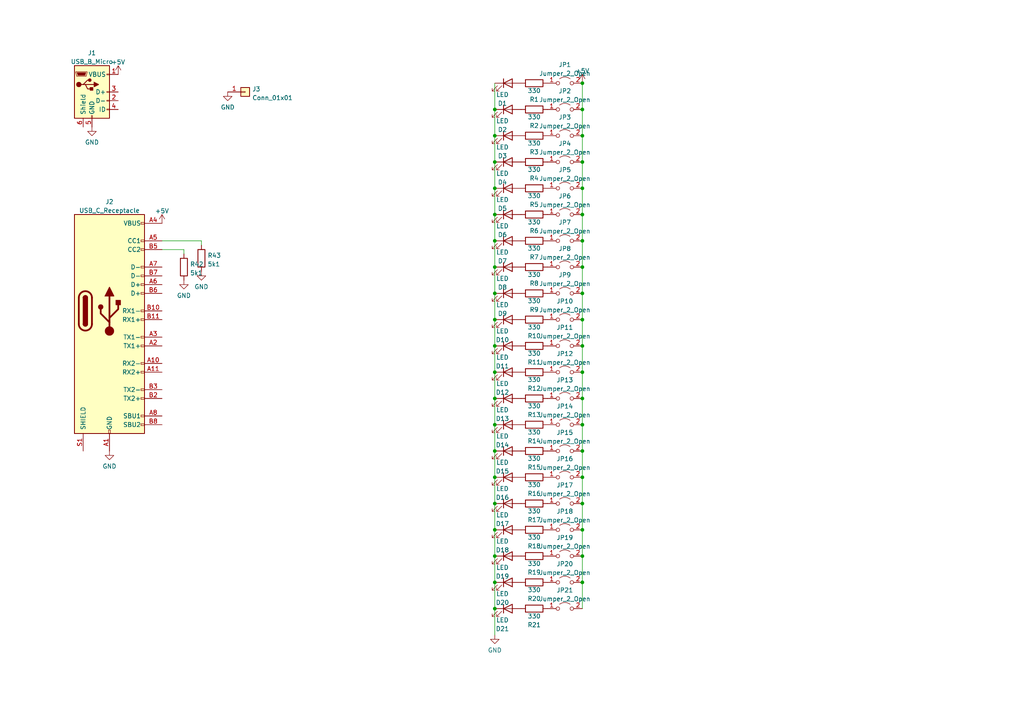
<source format=kicad_sch>
(kicad_sch (version 20211123) (generator eeschema)
  (paper "A4")
  (lib_symbols
    (symbol "Connector:USB_B_Micro" (pin_names (offset 1.016))
      (property "Reference" "J" (at -5.08 11.43 0))
      (property "Value" "USB_B_Micro" (at -5.08 8.89 0))
      (symbol "USB_B_Micro_0_1"
        (rectangle (start -5.08 -7.62) (end 5.08 7.62) (stroke (width 0.254)) (fill (type background)))
        (circle (center -3.81 2.159) (radius 0.635) (stroke (width 0.254)) (fill (type outline)))
        (circle (center -0.635 3.429) (radius 0.381) (stroke (width 0.254)) (fill (type outline)))
        (rectangle (start -0.127 -7.62) (end 0.127 -6.858))
        (polyline (pts (xy -1.905 2.159) (xy 0.635 2.159)) (stroke (width 0.254)))
        (polyline (pts (xy -3.175 2.159) (xy -2.54 2.159) (xy -1.27 3.429) (xy -0.635 3.429)) (stroke (width 0.254)))
        (polyline (pts (xy -2.54 2.159) (xy -1.905 2.159) (xy -1.27 0.889) (xy 0 0.889)) (stroke (width 0.254)))
        (polyline (pts (xy 0.635 2.794) (xy 0.635 1.524) (xy 1.905 2.159) (xy 0.635 2.794)) (stroke (width 0.254)) (fill (type outline)))
        (polyline (pts (xy -4.318 5.588) (xy -1.778 5.588) (xy -2.032 4.826) (xy -4.064 4.826) (xy -4.318 5.588)) (fill (type outline)))
        (polyline (pts (xy -4.699 5.842) (xy -4.699 5.588) (xy -4.445 4.826) (xy -4.445 4.572) (xy -1.651 4.572) (xy -1.651 4.826) (xy -1.397 5.588) (xy -1.397 5.842) (xy -4.699 5.842)))
        (rectangle (start 0.254 1.27) (end -0.508 0.508) (stroke (width 0.254)) (fill (type outline)))
        (rectangle (start 5.08 -5.207) (end 4.318 -4.953))
        (rectangle (start 5.08 -2.667) (end 4.318 -2.413))
        (rectangle (start 5.08 -0.127) (end 4.318 0.127))
        (rectangle (start 5.08 4.953) (end 4.318 5.207))
      )
      (symbol "USB_B_Micro_1_1"
        (pin power_out line (at 7.62 5.08 180) (length 2.54) (name "VBUS") (number "1"))
        (pin bidirectional line (at 7.62 -2.54 180) (length 2.54) (name "D-") (number "2"))
        (pin bidirectional line (at 7.62 0 180) (length 2.54) (name "D+") (number "3"))
        (pin passive line (at 7.62 -5.08 180) (length 2.54) (name "ID") (number "4"))
        (pin power_out line (at 0 -10.16 90) (length 2.54) (name "GND") (number "5"))
        (pin passive line (at -2.54 -10.16 90) (length 2.54) (name "Shield") (number "6"))
      )
    )
    (symbol "Connector:USB_C_Receptacle" (pin_names (offset 1.016))
      (property "Reference" "J" (at -10.16 29.21 0))
      (property "Value" "USB_C_Receptacle" (at 10.16 29.21 0))
      (symbol "USB_C_Receptacle_0_0"
        (rectangle (start -0.254 -35.56) (end 0.254 -34.544))
        (rectangle (start 10.16 -32.766) (end 9.144 -33.274))
        (rectangle (start 10.16 -30.226) (end 9.144 -30.734))
        (rectangle (start 10.16 -25.146) (end 9.144 -25.654))
        (rectangle (start 10.16 -22.606) (end 9.144 -23.114))
        (rectangle (start 10.16 -17.526) (end 9.144 -18.034))
        (rectangle (start 10.16 -14.986) (end 9.144 -15.494))
        (rectangle (start 10.16 -9.906) (end 9.144 -10.414))
        (rectangle (start 10.16 -7.366) (end 9.144 -7.874))
        (rectangle (start 10.16 -2.286) (end 9.144 -2.794))
        (rectangle (start 10.16 0.254) (end 9.144 -0.254))
        (rectangle (start 10.16 5.334) (end 9.144 4.826))
        (rectangle (start 10.16 7.874) (end 9.144 7.366))
        (rectangle (start 10.16 10.414) (end 9.144 9.906))
        (rectangle (start 10.16 12.954) (end 9.144 12.446))
        (rectangle (start 10.16 18.034) (end 9.144 17.526))
        (rectangle (start 10.16 20.574) (end 9.144 20.066))
        (rectangle (start 10.16 25.654) (end 9.144 25.146))
      )
      (symbol "USB_C_Receptacle_0_1"
        (rectangle (start -10.16 27.94) (end 10.16 -35.56) (stroke (width 0.254)) (fill (type background)))
        (arc (start -8.89 -3.81) (mid -6.985 -5.715) (end -5.08 -3.81) (stroke (width 0.508)))
        (arc (start -7.62 -3.81) (mid -6.985 -4.445) (end -6.35 -3.81) (stroke (width 0.254)))
        (arc (start -7.62 -3.81) (mid -6.985 -4.445) (end -6.35 -3.81) (stroke (width 0.254)) (fill (type outline)))
        (rectangle (start -7.62 -3.81) (end -6.35 3.81) (stroke (width 0.254)) (fill (type outline)))
        (arc (start -6.35 3.81) (mid -6.985 4.445) (end -7.62 3.81) (stroke (width 0.254)))
        (arc (start -6.35 3.81) (mid -6.985 4.445) (end -7.62 3.81) (stroke (width 0.254)) (fill (type outline)))
        (arc (start -5.08 3.81) (mid -6.985 5.715) (end -8.89 3.81) (stroke (width 0.508)))
        (polyline (pts (xy -8.89 -3.81) (xy -8.89 3.81)) (stroke (width 0.508)))
        (polyline (pts (xy -5.08 3.81) (xy -5.08 -3.81)) (stroke (width 0.508)))
      )
      (symbol "USB_C_Receptacle_1_1"
        (circle (center -2.54 1.143) (radius 0.635) (stroke (width 0.254)) (fill (type outline)))
        (circle (center 0 -5.842) (radius 1.27) (fill (type outline)))
        (polyline (pts (xy 0 -5.842) (xy 0 4.318)) (stroke (width 0.508)))
        (polyline (pts (xy 0 -3.302) (xy -2.54 -0.762) (xy -2.54 0.508)) (stroke (width 0.508)))
        (polyline (pts (xy 0 -2.032) (xy 2.54 0.508) (xy 2.54 1.778)) (stroke (width 0.508)))
        (polyline (pts (xy -1.27 4.318) (xy 0 6.858) (xy 1.27 4.318) (xy -1.27 4.318)) (stroke (width 0.254)) (fill (type outline)))
        (rectangle (start 1.905 1.778) (end 3.175 3.048) (stroke (width 0.254)) (fill (type outline)))
        (pin passive line (at 0 -40.64 90) (length 5.08) (name "GND") (number "A1"))
        (pin bidirectional line (at 15.24 -15.24 180) (length 5.08) (name "RX2-") (number "A10"))
        (pin bidirectional line (at 15.24 -17.78 180) (length 5.08) (name "RX2+") (number "A11"))
        (pin passive line (at 0 -40.64 90) (length 5.08) hide (name "GND") (number "A12"))
        (pin bidirectional line (at 15.24 -10.16 180) (length 5.08) (name "TX1+") (number "A2"))
        (pin bidirectional line (at 15.24 -7.62 180) (length 5.08) (name "TX1-") (number "A3"))
        (pin passive line (at 15.24 25.4 180) (length 5.08) (name "VBUS") (number "A4"))
        (pin bidirectional line (at 15.24 20.32 180) (length 5.08) (name "CC1") (number "A5"))
        (pin bidirectional line (at 15.24 7.62 180) (length 5.08) (name "D+") (number "A6"))
        (pin bidirectional line (at 15.24 12.7 180) (length 5.08) (name "D-") (number "A7"))
        (pin bidirectional line (at 15.24 -30.48 180) (length 5.08) (name "SBU1") (number "A8"))
        (pin passive line (at 15.24 25.4 180) (length 5.08) hide (name "VBUS") (number "A9"))
        (pin passive line (at 0 -40.64 90) (length 5.08) hide (name "GND") (number "B1"))
        (pin bidirectional line (at 15.24 0 180) (length 5.08) (name "RX1-") (number "B10"))
        (pin bidirectional line (at 15.24 -2.54 180) (length 5.08) (name "RX1+") (number "B11"))
        (pin passive line (at 0 -40.64 90) (length 5.08) hide (name "GND") (number "B12"))
        (pin bidirectional line (at 15.24 -25.4 180) (length 5.08) (name "TX2+") (number "B2"))
        (pin bidirectional line (at 15.24 -22.86 180) (length 5.08) (name "TX2-") (number "B3"))
        (pin passive line (at 15.24 25.4 180) (length 5.08) hide (name "VBUS") (number "B4"))
        (pin bidirectional line (at 15.24 17.78 180) (length 5.08) (name "CC2") (number "B5"))
        (pin bidirectional line (at 15.24 5.08 180) (length 5.08) (name "D+") (number "B6"))
        (pin bidirectional line (at 15.24 10.16 180) (length 5.08) (name "D-") (number "B7"))
        (pin bidirectional line (at 15.24 -33.02 180) (length 5.08) (name "SBU2") (number "B8"))
        (pin passive line (at 15.24 25.4 180) (length 5.08) hide (name "VBUS") (number "B9"))
        (pin passive line (at -7.62 -40.64 90) (length 5.08) (name "SHIELD") (number "S1"))
      )
    )
    (symbol "Connector_Generic:Conn_01x01" (pin_names (offset 1.016) hide)
      (property "Reference" "J" (at 0 2.54 0))
      (property "Value" "Conn_01x01" (at 0 -2.54 0))
      (symbol "Conn_01x01_1_1"
        (rectangle (start -1.27 0.127) (end 0 -0.127) (stroke (width 0.1524)))
        (rectangle (start -1.27 1.27) (end 1.27 -1.27) (stroke (width 0.254)) (fill (type background)))
        (pin passive line (at -5.08 0 0) (length 3.81) (name "Pin_1") (number "1"))
      )
    )
    (symbol "Device:LED" (pin_numbers hide) (pin_names (offset 1.016) hide)
      (property "Reference" "D" (at 0 2.54 0))
      (property "Value" "LED" (at 0 -2.54 0))
      (symbol "LED_0_1"
        (polyline (pts (xy -1.27 -1.27) (xy -1.27 1.27)) (stroke (width 0.254)))
        (polyline (pts (xy -1.27 0) (xy 1.27 0)))
        (polyline (pts (xy 1.27 -1.27) (xy 1.27 1.27) (xy -1.27 0) (xy 1.27 -1.27)) (stroke (width 0.254)))
        (polyline (pts (xy -3.048 -0.762) (xy -4.572 -2.286) (xy -3.81 -2.286) (xy -4.572 -2.286) (xy -4.572 -1.524)))
        (polyline (pts (xy -1.778 -0.762) (xy -3.302 -2.286) (xy -2.54 -2.286) (xy -3.302 -2.286) (xy -3.302 -1.524)))
      )
      (symbol "LED_1_1"
        (pin passive line (at -3.81 0 0) (length 2.54) (name "K") (number "1"))
        (pin passive line (at 3.81 0 180) (length 2.54) (name "A") (number "2"))
      )
    )
    (symbol "Device:R" (pin_numbers hide) (pin_names (offset 0))
      (property "Reference" "R" (at 2.032 0 90))
      (property "Value" "R" (at 0 0 90))
      (symbol "R_0_1"
        (rectangle (start -1.016 -2.54) (end 1.016 2.54) (stroke (width 0.254)))
      )
      (symbol "R_1_1"
        (pin passive line (at 0 3.81 270) (length 1.27) (name "~") (number "1"))
        (pin passive line (at 0 -3.81 90) (length 1.27) (name "~") (number "2"))
      )
    )
    (symbol "Jumper:Jumper_2_Open" (pin_names (offset 0) hide)
      (property "Reference" "JP" (at 0 2.794 0))
      (property "Value" "Jumper_2_Open" (at 0 -2.286 0))
      (symbol "Jumper_2_Open_0_0"
        (circle (center -2.032 0) (radius 0.508))
        (circle (center 2.032 0) (radius 0.508))
      )
      (symbol "Jumper_2_Open_0_1"
        (arc (start 1.524 1.27) (mid 0 1.778) (end -1.524 1.27))
      )
      (symbol "Jumper_2_Open_1_1"
        (pin passive line (at -5.08 0 0) (length 2.54) (name "A") (number "1"))
        (pin passive line (at 5.08 0 180) (length 2.54) (name "B") (number "2"))
      )
    )
    (symbol "power:+5V" (power) (pin_names (offset 0))
      (property "Value" "+5V" (at 0 3.556 0))
      (symbol "+5V_0_1"
        (polyline (pts (xy -0.762 1.27) (xy 0 2.54)))
        (polyline (pts (xy 0 0) (xy 0 2.54)))
        (polyline (pts (xy 0 2.54) (xy 0.762 1.27)))
      )
      (symbol "+5V_1_1"
        (pin power_in line (at 0 0 90) (length 0) hide (name "+5V") (number "1"))
      )
    )
    (symbol "power:GND" (power) (pin_names (offset 0))
      (property "Value" "GND" (at 0 -3.81 0))
      (symbol "GND_0_1"
        (polyline (pts (xy 0 0) (xy 0 -1.27) (xy 1.27 -1.27) (xy 0 -2.54) (xy -1.27 -1.27) (xy 0 -1.27)))
      )
      (symbol "GND_1_1"
        (pin power_in line (at 0 0 270) (length 0) hide (name "GND") (number "1"))
      )
    )
  )
  (junction (at 143.51 115.57))
  (junction (at 143.51 130.81))
  (junction (at 143.51 46.99))
  (junction (at 168.91 123.19))
  (junction (at 168.91 100.33))
  (junction (at 168.91 85.09))
  (junction (at 143.51 92.71))
  (junction (at 168.91 39.37))
  (junction (at 168.91 107.95))
  (junction (at 168.91 62.23))
  (junction (at 168.91 138.43))
  (junction (at 168.91 161.29))
  (junction (at 143.51 176.53))
  (junction (at 168.91 130.81))
  (junction (at 168.91 168.91))
  (junction (at 168.91 24.13))
  (junction (at 168.91 146.05))
  (junction (at 168.91 92.71))
  (junction (at 168.91 77.47))
  (junction (at 143.51 39.37))
  (junction (at 143.51 146.05))
  (junction (at 143.51 123.19))
  (junction (at 168.91 31.75))
  (junction (at 143.51 62.23))
  (junction (at 143.51 161.29))
  (junction (at 143.51 138.43))
  (junction (at 168.91 46.99))
  (junction (at 143.51 153.67))
  (junction (at 143.51 107.95))
  (junction (at 168.91 115.57))
  (junction (at 143.51 100.33))
  (junction (at 143.51 69.85))
  (junction (at 143.51 168.91))
  (junction (at 143.51 54.61))
  (junction (at 168.91 153.67))
  (junction (at 143.51 77.47))
  (junction (at 143.51 31.75))
  (junction (at 168.91 54.61))
  (junction (at 168.91 69.85))
  (junction (at 143.51 85.09))
  (wire (pts (xy 168.91 69.85) (xy 168.91 77.47)))
  (wire (pts (xy 58.42 69.85) (xy 58.42 71.12)))
  (wire (pts (xy 168.91 62.23) (xy 168.91 69.85)))
  (wire (pts (xy 143.51 176.53) (xy 143.51 184.15)))
  (wire (pts (xy 143.51 161.29) (xy 143.51 168.91)))
  (wire (pts (xy 168.91 153.67) (xy 168.91 161.29)))
  (wire (pts (xy 168.91 107.95) (xy 168.91 115.57)))
  (wire (pts (xy 143.51 85.09) (xy 143.51 92.71)))
  (wire (pts (xy 143.51 115.57) (xy 143.51 123.19)))
  (wire (pts (xy 143.51 153.67) (xy 143.51 161.29)))
  (wire (pts (xy 168.91 54.61) (xy 168.91 62.23)))
  (wire (pts (xy 168.91 138.43) (xy 168.91 146.05)))
  (wire (pts (xy 168.91 24.13) (xy 168.91 31.75)))
  (wire (pts (xy 168.91 46.99) (xy 168.91 54.61)))
  (wire (pts (xy 143.51 31.75) (xy 143.51 39.37)))
  (wire (pts (xy 143.51 107.95) (xy 143.51 115.57)))
  (wire (pts (xy 168.91 146.05) (xy 168.91 153.67)))
  (wire (pts (xy 168.91 31.75) (xy 168.91 39.37)))
  (wire (pts (xy 168.91 161.29) (xy 168.91 168.91)))
  (wire (pts (xy 168.91 130.81) (xy 168.91 138.43)))
  (wire (pts (xy 143.51 54.61) (xy 143.51 62.23)))
  (wire (pts (xy 143.51 39.37) (xy 143.51 46.99)))
  (wire (pts (xy 143.51 168.91) (xy 143.51 176.53)))
  (wire (pts (xy 168.91 85.09) (xy 168.91 92.71)))
  (wire (pts (xy 143.51 62.23) (xy 143.51 69.85)))
  (wire (pts (xy 143.51 138.43) (xy 143.51 146.05)))
  (wire (pts (xy 168.91 168.91) (xy 168.91 176.53)))
  (wire (pts (xy 143.51 100.33) (xy 143.51 107.95)))
  (wire (pts (xy 53.34 72.39) (xy 53.34 73.66)))
  (wire (pts (xy 46.99 69.85) (xy 58.42 69.85)))
  (wire (pts (xy 168.91 77.47) (xy 168.91 85.09)))
  (wire (pts (xy 168.91 123.19) (xy 168.91 130.81)))
  (wire (pts (xy 168.91 92.71) (xy 168.91 100.33)))
  (wire (pts (xy 143.51 24.13) (xy 143.51 31.75)))
  (wire (pts (xy 143.51 77.47) (xy 143.51 85.09)))
  (wire (pts (xy 143.51 46.99) (xy 143.51 54.61)))
  (wire (pts (xy 143.51 146.05) (xy 143.51 153.67)))
  (wire (pts (xy 46.99 72.39) (xy 53.34 72.39)))
  (wire (pts (xy 143.51 130.81) (xy 143.51 138.43)))
  (wire (pts (xy 143.51 92.71) (xy 143.51 100.33)))
  (wire (pts (xy 143.51 69.85) (xy 143.51 77.47)))
  (wire (pts (xy 168.91 39.37) (xy 168.91 46.99)))
  (wire (pts (xy 168.91 100.33) (xy 168.91 107.95)))
  (wire (pts (xy 168.91 115.57) (xy 168.91 123.19)))
  (wire (pts (xy 143.51 123.19) (xy 143.51 130.81)))
  (symbol (lib_id "Jumper:Jumper_2_Open") (at 163.83 123.19 0) (unit 1)
    (property "Reference" "JP14" (at 163.83 117.8392 0))
    (property "Value" "Jumper_2_Open" (at 163.83 120.3761 0))
    (property "Footprint" "Jumper:SolderJumper-2_P1.3mm_Open_TrianglePad1.0x1.5mm" (effects hide))
  )
  (symbol (lib_id "Jumper:Jumper_2_Open") (at 163.83 24.13 0) (unit 1)
    (property "Reference" "JP1" (at 163.83 18.7792 0))
    (property "Value" "Jumper_2_Open" (at 163.83 21.3161 0))
    (property "Footprint" "Jumper:SolderJumper-2_P1.3mm_Open_TrianglePad1.0x1.5mm" (effects hide))
  )
  (symbol (lib_id "Device:LED") (at 147.32 85.09 0) (unit 1)
    (property "Reference" "D9" (at 145.7325 90.9488 0))
    (property "Value" "LED" (at 145.7325 88.4119 0))
    (property "Footprint" "meteopress:D_0802_side_woSilk" (effects hide))
    (property "LCSC" "C2827268" (effects hide))
  )
  (symbol (lib_id "Connector_Generic:Conn_01x01") (at 71.12 26.67 0) (unit 1)
    (property "Reference" "J3" (at 73.152 25.8353 0) (effects (justify left)))
    (property "Value" "Conn_01x01" (at 73.152 28.3722 0) (effects (justify left)))
    (property "Footprint" "meteopress:MeteopressLogo_Bare_Inv_60x6" (effects hide))
  )
  (symbol (lib_id "Device:R") (at 58.42 74.93 180) (unit 1)
    (property "Reference" "R43" (at 60.198 74.0953 0) (effects (justify right)))
    (property "Value" "5k1" (at 60.198 76.6322 0) (effects (justify right)))
    (property "Footprint" "meteopress:D_0402_woSilk" (effects hide))
    (property "LCSC" "C144745" (effects hide))
  )
  (symbol (lib_id "power:GND") (at 53.34 81.28 0) (unit 1)
    (property "Reference" "#PWR0107" (effects hide))
    (property "Value" "GND" (at 53.34 85.7234 0))
  )
  (symbol (lib_id "power:+5V") (at 46.99 64.77 0) (unit 1)
    (property "Reference" "#PWR0103" (effects hide))
    (property "Value" "+5V" (at 46.99 61.1942 0))
  )
  (symbol (lib_id "Jumper:Jumper_2_Open") (at 163.83 107.95 0) (unit 1)
    (property "Reference" "JP12" (at 163.83 102.5992 0))
    (property "Value" "Jumper_2_Open" (at 163.83 105.1361 0))
    (property "Footprint" "Jumper:SolderJumper-2_P1.3mm_Open_TrianglePad1.0x1.5mm" (effects hide))
  )
  (symbol (lib_id "Jumper:Jumper_2_Open") (at 163.83 168.91 0) (unit 1)
    (property "Reference" "JP20" (at 163.83 163.5592 0))
    (property "Value" "Jumper_2_Open" (at 163.83 166.0961 0))
    (property "Footprint" "Jumper:SolderJumper-2_P1.3mm_Open_TrianglePad1.0x1.5mm" (effects hide))
  )
  (symbol (lib_id "Jumper:Jumper_2_Open") (at 163.83 39.37 0) (unit 1)
    (property "Reference" "JP3" (at 163.83 34.0192 0))
    (property "Value" "Jumper_2_Open" (at 163.83 36.5561 0))
    (property "Footprint" "Jumper:SolderJumper-2_P1.3mm_Open_TrianglePad1.0x1.5mm" (effects hide))
  )
  (symbol (lib_id "power:GND") (at 58.42 78.74 0) (unit 1)
    (property "Reference" "#PWR01" (effects hide))
    (property "Value" "GND" (at 58.42 83.1834 0))
  )
  (symbol (lib_id "Device:R") (at 154.94 31.75 90) (unit 1)
    (property "Reference" "R2" (at 154.94 36.4658 90))
    (property "Value" "330" (at 154.94 33.9289 90))
    (property "Footprint" "meteopress:R_0201_woSilk" (effects hide))
    (property "LCSC" "C473445" (effects hide))
  )
  (symbol (lib_id "Device:LED") (at 147.32 153.67 0) (unit 1)
    (property "Reference" "D18" (at 145.7325 159.5288 0))
    (property "Value" "LED" (at 145.7325 156.9919 0))
    (property "Footprint" "meteopress:D_0802_side_woSilk" (effects hide))
    (property "LCSC" "C2827268" (effects hide))
  )
  (symbol (lib_id "Device:R") (at 154.94 146.05 90) (unit 1)
    (property "Reference" "R17" (at 154.94 150.7658 90))
    (property "Value" "330" (at 154.94 148.2289 90))
    (property "Footprint" "meteopress:R_0201_woSilk" (effects hide))
    (property "LCSC" "C473445" (effects hide))
  )
  (symbol (lib_id "Device:LED") (at 147.32 24.13 0) (unit 1)
    (property "Reference" "D1" (at 145.7325 29.9888 0))
    (property "Value" "LED" (at 145.7325 27.4519 0))
    (property "Footprint" "meteopress:D_0802_side_woSilk" (effects hide))
    (property "LCSC" "C2827268" (effects hide))
  )
  (symbol (lib_id "Device:R") (at 154.94 54.61 90) (unit 1)
    (property "Reference" "R5" (at 154.94 59.3258 90))
    (property "Value" "330" (at 154.94 56.7889 90))
    (property "Footprint" "meteopress:R_0201_woSilk" (effects hide))
    (property "LCSC" "C473445" (effects hide))
  )
  (symbol (lib_id "power:GND") (at 26.67 36.83 0) (unit 1)
    (property "Reference" "#PWR0102" (effects hide))
    (property "Value" "GND" (at 26.67 41.2734 0))
  )
  (symbol (lib_id "power:GND") (at 143.51 184.15 0) (unit 1)
    (property "Reference" "#PWR0106" (effects hide))
    (property "Value" "GND" (at 143.51 188.5934 0))
  )
  (symbol (lib_id "Device:LED") (at 147.32 39.37 0) (unit 1)
    (property "Reference" "D3" (at 145.7325 45.2288 0))
    (property "Value" "LED" (at 145.7325 42.6919 0))
    (property "Footprint" "meteopress:D_0802_side_woSilk" (effects hide))
    (property "LCSC" "C2827268" (effects hide))
  )
  (symbol (lib_id "Connector:USB_B_Micro") (at 26.67 26.67 0) (unit 1)
    (property "Reference" "J1" (at 26.67 15.3502 0))
    (property "Value" "USB_B_Micro" (at 26.67 17.8871 0))
    (property "Footprint" "meteopress:PCB-USB-micro" (effects hide))
  )
  (symbol (lib_id "Jumper:Jumper_2_Open") (at 163.83 69.85 0) (unit 1)
    (property "Reference" "JP7" (at 163.83 64.4992 0))
    (property "Value" "Jumper_2_Open" (at 163.83 67.0361 0))
    (property "Footprint" "Jumper:SolderJumper-2_P1.3mm_Open_TrianglePad1.0x1.5mm" (effects hide))
  )
  (symbol (lib_id "Jumper:Jumper_2_Open") (at 163.83 92.71 0) (unit 1)
    (property "Reference" "JP10" (at 163.83 87.3592 0))
    (property "Value" "Jumper_2_Open" (at 163.83 89.8961 0))
    (property "Footprint" "Jumper:SolderJumper-2_P1.3mm_Open_TrianglePad1.0x1.5mm" (effects hide))
  )
  (symbol (lib_id "Device:R") (at 154.94 107.95 90) (unit 1)
    (property "Reference" "R12" (at 154.94 112.6658 90))
    (property "Value" "330" (at 154.94 110.1289 90))
    (property "Footprint" "meteopress:R_0201_woSilk" (effects hide))
    (property "LCSC" "C473445" (effects hide))
  )
  (symbol (lib_id "power:+5V") (at 168.91 24.13 0) (unit 1)
    (property "Reference" "#PWR0105" (effects hide))
    (property "Value" "+5V" (at 168.91 20.5542 0))
  )
  (symbol (lib_id "Device:R") (at 154.94 85.09 90) (unit 1)
    (property "Reference" "R9" (at 154.94 89.8058 90))
    (property "Value" "330" (at 154.94 87.2689 90))
    (property "Footprint" "meteopress:R_0201_woSilk" (effects hide))
    (property "LCSC" "C473445" (effects hide))
  )
  (symbol (lib_id "Device:LED") (at 147.32 161.29 0) (unit 1)
    (property "Reference" "D19" (at 145.7325 167.1488 0))
    (property "Value" "LED" (at 145.7325 164.6119 0))
    (property "Footprint" "meteopress:D_0802_side_woSilk" (effects hide))
    (property "LCSC" "C2827268" (effects hide))
  )
  (symbol (lib_id "Connector:USB_C_Receptacle") (at 31.75 90.17 0) (unit 1)
    (property "Reference" "J2" (at 31.75 58.5302 0))
    (property "Value" "USB_C_Receptacle" (at 31.75 61.0671 0))
    (property "Footprint" "meteopress:PCB-USB-C_straight" (effects hide))
    (property "Datasheet" "https://www.usb.org/sites/default/files/documents/usb_type-c.zip" (effects hide))
  )
  (symbol (lib_id "Device:LED") (at 147.32 46.99 0) (unit 1)
    (property "Reference" "D4" (at 145.7325 52.8488 0))
    (property "Value" "LED" (at 145.7325 50.3119 0))
    (property "Footprint" "meteopress:D_0802_side_woSilk" (effects hide))
    (property "LCSC" "C2827268" (effects hide))
  )
  (symbol (lib_id "power:GND") (at 31.75 130.81 0) (unit 1)
    (property "Reference" "#PWR0104" (effects hide))
    (property "Value" "GND" (at 31.75 135.2534 0))
  )
  (symbol (lib_id "Jumper:Jumper_2_Open") (at 163.83 138.43 0) (unit 1)
    (property "Reference" "JP16" (at 163.83 133.0792 0))
    (property "Value" "Jumper_2_Open" (at 163.83 135.6161 0))
    (property "Footprint" "Jumper:SolderJumper-2_P1.3mm_Open_TrianglePad1.0x1.5mm" (effects hide))
  )
  (symbol (lib_id "Device:R") (at 154.94 138.43 90) (unit 1)
    (property "Reference" "R16" (at 154.94 143.1458 90))
    (property "Value" "330" (at 154.94 140.6089 90))
    (property "Footprint" "meteopress:R_0201_woSilk" (effects hide))
    (property "LCSC" "C473445" (effects hide))
  )
  (symbol (lib_id "Device:LED") (at 147.32 168.91 0) (unit 1)
    (property "Reference" "D20" (at 145.7325 174.7688 0))
    (property "Value" "LED" (at 145.7325 172.2319 0))
    (property "Footprint" "meteopress:D_0802_side_woSilk" (effects hide))
    (property "LCSC" "C2827268" (effects hide))
  )
  (symbol (lib_id "Device:R") (at 154.94 69.85 90) (unit 1)
    (property "Reference" "R7" (at 154.94 74.5658 90))
    (property "Value" "330" (at 154.94 72.0289 90))
    (property "Footprint" "meteopress:R_0201_woSilk" (effects hide))
    (property "LCSC" "C473445" (effects hide))
  )
  (symbol (lib_id "Device:R") (at 154.94 100.33 90) (unit 1)
    (property "Reference" "R11" (at 154.94 105.0458 90))
    (property "Value" "330" (at 154.94 102.5089 90))
    (property "Footprint" "meteopress:R_0201_woSilk" (effects hide))
    (property "LCSC" "C473445" (effects hide))
  )
  (symbol (lib_id "Device:LED") (at 147.32 54.61 0) (unit 1)
    (property "Reference" "D5" (at 145.7325 60.4688 0))
    (property "Value" "LED" (at 145.7325 57.9319 0))
    (property "Footprint" "meteopress:D_0802_side_woSilk" (effects hide))
    (property "LCSC" "C2827268" (effects hide))
  )
  (symbol (lib_id "power:GND") (at 66.04 26.67 0) (unit 1)
    (property "Reference" "#PWR0108" (effects hide))
    (property "Value" "GND" (at 66.04 31.1134 0))
  )
  (symbol (lib_id "Device:LED") (at 147.32 69.85 0) (unit 1)
    (property "Reference" "D7" (at 145.7325 75.7088 0))
    (property "Value" "LED" (at 145.7325 73.1719 0))
    (property "Footprint" "meteopress:D_0802_side_woSilk" (effects hide))
    (property "LCSC" "C2827268" (effects hide))
  )
  (symbol (lib_id "power:+5V") (at 34.29 21.59 0) (unit 1)
    (property "Reference" "#PWR0101" (effects hide))
    (property "Value" "+5V" (at 34.29 18.0142 0))
  )
  (symbol (lib_id "Device:R") (at 154.94 161.29 90) (unit 1)
    (property "Reference" "R19" (at 154.94 166.0058 90))
    (property "Value" "330" (at 154.94 163.4689 90))
    (property "Footprint" "meteopress:R_0201_woSilk" (effects hide))
    (property "LCSC" "C473445" (effects hide))
  )
  (symbol (lib_id "Device:LED") (at 147.32 146.05 0) (unit 1)
    (property "Reference" "D17" (at 145.7325 151.9088 0))
    (property "Value" "LED" (at 145.7325 149.3719 0))
    (property "Footprint" "meteopress:D_0802_side_woSilk" (effects hide))
    (property "LCSC" "C2827268" (effects hide))
  )
  (symbol (lib_id "Device:LED") (at 147.32 100.33 0) (unit 1)
    (property "Reference" "D11" (at 145.7325 106.1888 0))
    (property "Value" "LED" (at 145.7325 103.6519 0))
    (property "Footprint" "meteopress:D_0802_side_woSilk" (effects hide))
    (property "LCSC" "C2827268" (effects hide))
  )
  (symbol (lib_id "Device:LED") (at 147.32 138.43 0) (unit 1)
    (property "Reference" "D16" (at 145.7325 144.2888 0))
    (property "Value" "LED" (at 145.7325 141.7519 0))
    (property "Footprint" "meteopress:D_0802_side_woSilk" (effects hide))
    (property "LCSC" "C2827268" (effects hide))
  )
  (symbol (lib_id "Jumper:Jumper_2_Open") (at 163.83 176.53 0) (unit 1)
    (property "Reference" "JP21" (at 163.83 171.1792 0))
    (property "Value" "Jumper_2_Open" (at 163.83 173.7161 0))
    (property "Footprint" "Jumper:SolderJumper-2_P1.3mm_Open_TrianglePad1.0x1.5mm" (effects hide))
  )
  (symbol (lib_id "Jumper:Jumper_2_Open") (at 163.83 161.29 0) (unit 1)
    (property "Reference" "JP19" (at 163.83 155.9392 0))
    (property "Value" "Jumper_2_Open" (at 163.83 158.4761 0))
    (property "Footprint" "Jumper:SolderJumper-2_P1.3mm_Open_TrianglePad1.0x1.5mm" (effects hide))
  )
  (symbol (lib_id "Device:R") (at 154.94 77.47 90) (unit 1)
    (property "Reference" "R8" (at 154.94 82.1858 90))
    (property "Value" "330" (at 154.94 79.6489 90))
    (property "Footprint" "meteopress:R_0201_woSilk" (effects hide))
    (property "LCSC" "C473445" (effects hide))
  )
  (symbol (lib_id "Jumper:Jumper_2_Open") (at 163.83 85.09 0) (unit 1)
    (property "Reference" "JP9" (at 163.83 79.7392 0))
    (property "Value" "Jumper_2_Open" (at 163.83 82.2761 0))
    (property "Footprint" "Jumper:SolderJumper-2_P1.3mm_Open_TrianglePad1.0x1.5mm" (effects hide))
  )
  (symbol (lib_id "Device:R") (at 53.34 77.47 180) (unit 1)
    (property "Reference" "R42" (at 55.118 76.6353 0) (effects (justify right)))
    (property "Value" "5k1" (at 55.118 79.1722 0) (effects (justify right)))
    (property "Footprint" "meteopress:D_0402_woSilk" (effects hide))
    (property "LCSC" "C144745" (effects hide))
  )
  (symbol (lib_id "Device:LED") (at 147.32 107.95 0) (unit 1)
    (property "Reference" "D12" (at 145.7325 113.8088 0))
    (property "Value" "LED" (at 145.7325 111.2719 0))
    (property "Footprint" "meteopress:D_0802_side_woSilk" (effects hide))
    (property "LCSC" "C2827268" (effects hide))
  )
  (symbol (lib_id "Device:R") (at 154.94 46.99 90) (unit 1)
    (property "Reference" "R4" (at 154.94 51.7058 90))
    (property "Value" "330" (at 154.94 49.1689 90))
    (property "Footprint" "meteopress:R_0201_woSilk" (effects hide))
    (property "LCSC" "C473445" (effects hide))
  )
  (symbol (lib_id "Jumper:Jumper_2_Open") (at 163.83 130.81 0) (unit 1)
    (property "Reference" "JP15" (at 163.83 125.4592 0))
    (property "Value" "Jumper_2_Open" (at 163.83 127.9961 0))
    (property "Footprint" "Jumper:SolderJumper-2_P1.3mm_Open_TrianglePad1.0x1.5mm" (effects hide))
  )
  (symbol (lib_id "Device:LED") (at 147.32 62.23 0) (unit 1)
    (property "Reference" "D6" (at 145.7325 68.0888 0))
    (property "Value" "LED" (at 145.7325 65.5519 0))
    (property "Footprint" "meteopress:D_0802_side_woSilk" (effects hide))
    (property "LCSC" "C2827268" (effects hide))
  )
  (symbol (lib_id "Device:LED") (at 147.32 92.71 0) (unit 1)
    (property "Reference" "D10" (at 145.7325 98.5688 0))
    (property "Value" "LED" (at 145.7325 96.0319 0))
    (property "Footprint" "meteopress:D_0802_side_woSilk" (effects hide))
    (property "LCSC" "C2827268" (effects hide))
  )
  (symbol (lib_id "Device:R") (at 154.94 39.37 90) (unit 1)
    (property "Reference" "R3" (at 154.94 44.0858 90))
    (property "Value" "330" (at 154.94 41.5489 90))
    (property "Footprint" "meteopress:R_0201_woSilk" (effects hide))
    (property "LCSC" "C473445" (effects hide))
  )
  (symbol (lib_id "Device:LED") (at 147.32 31.75 0) (unit 1)
    (property "Reference" "D2" (at 145.7325 37.6088 0))
    (property "Value" "LED" (at 145.7325 35.0719 0))
    (property "Footprint" "meteopress:D_0802_side_woSilk" (effects hide))
    (property "LCSC" "C2827268" (effects hide))
  )
  (symbol (lib_id "Jumper:Jumper_2_Open") (at 163.83 115.57 0) (unit 1)
    (property "Reference" "JP13" (at 163.83 110.2192 0))
    (property "Value" "Jumper_2_Open" (at 163.83 112.7561 0))
    (property "Footprint" "Jumper:SolderJumper-2_P1.3mm_Open_TrianglePad1.0x1.5mm" (effects hide))
  )
  (symbol (lib_id "Jumper:Jumper_2_Open") (at 163.83 146.05 0) (unit 1)
    (property "Reference" "JP17" (at 163.83 140.6992 0))
    (property "Value" "Jumper_2_Open" (at 163.83 143.2361 0))
    (property "Footprint" "Jumper:SolderJumper-2_P1.3mm_Open_TrianglePad1.0x1.5mm" (effects hide))
  )
  (symbol (lib_id "Device:LED") (at 147.32 123.19 0) (unit 1)
    (property "Reference" "D14" (at 145.7325 129.0488 0))
    (property "Value" "LED" (at 145.7325 126.5119 0))
    (property "Footprint" "meteopress:D_0802_side_woSilk" (effects hide))
    (property "LCSC" "C2827268" (effects hide))
  )
  (symbol (lib_id "Device:R") (at 154.94 176.53 90) (unit 1)
    (property "Reference" "R21" (at 154.94 181.2458 90))
    (property "Value" "330" (at 154.94 178.7089 90))
    (property "Footprint" "meteopress:R_0201_woSilk" (effects hide))
    (property "LCSC" "C473445" (effects hide))
  )
  (symbol (lib_id "Device:R") (at 154.94 92.71 90) (unit 1)
    (property "Reference" "R10" (at 154.94 97.4258 90))
    (property "Value" "330" (at 154.94 94.8889 90))
    (property "Footprint" "meteopress:R_0201_woSilk" (effects hide))
    (property "LCSC" "C473445" (effects hide))
  )
  (symbol (lib_id "Device:R") (at 154.94 62.23 90) (unit 1)
    (property "Reference" "R6" (at 154.94 66.9458 90))
    (property "Value" "330" (at 154.94 64.4089 90))
    (property "Footprint" "meteopress:R_0201_woSilk" (effects hide))
    (property "LCSC" "C473445" (effects hide))
  )
  (symbol (lib_id "Device:R") (at 154.94 153.67 90) (unit 1)
    (property "Reference" "R18" (at 154.94 158.3858 90))
    (property "Value" "330" (at 154.94 155.8489 90))
    (property "Footprint" "meteopress:R_0201_woSilk" (effects hide))
    (property "LCSC" "C473445" (effects hide))
  )
  (symbol (lib_id "Jumper:Jumper_2_Open") (at 163.83 100.33 0) (unit 1)
    (property "Reference" "JP11" (at 163.83 94.9792 0))
    (property "Value" "Jumper_2_Open" (at 163.83 97.5161 0))
    (property "Footprint" "Jumper:SolderJumper-2_P1.3mm_Open_TrianglePad1.0x1.5mm" (effects hide))
  )
  (symbol (lib_id "Device:R") (at 154.94 123.19 90) (unit 1)
    (property "Reference" "R14" (at 154.94 127.9058 90))
    (property "Value" "330" (at 154.94 125.3689 90))
    (property "Footprint" "meteopress:R_0201_woSilk" (effects hide))
    (property "LCSC" "C473445" (effects hide))
  )
  (symbol (lib_id "Device:R") (at 154.94 115.57 90) (unit 1)
    (property "Reference" "R13" (at 154.94 120.2858 90))
    (property "Value" "330" (at 154.94 117.7489 90))
    (property "Footprint" "meteopress:R_0201_woSilk" (effects hide))
    (property "LCSC" "C473445" (effects hide))
  )
  (symbol (lib_id "Device:LED") (at 147.32 77.47 0) (unit 1)
    (property "Reference" "D8" (at 145.7325 83.3288 0))
    (property "Value" "LED" (at 145.7325 80.7919 0))
    (property "Footprint" "meteopress:D_0802_side_woSilk" (effects hide))
    (property "LCSC" "C2827268" (effects hide))
  )
  (symbol (lib_id "Jumper:Jumper_2_Open") (at 163.83 62.23 0) (unit 1)
    (property "Reference" "JP6" (at 163.83 56.8792 0))
    (property "Value" "Jumper_2_Open" (at 163.83 59.4161 0))
    (property "Footprint" "Jumper:SolderJumper-2_P1.3mm_Open_TrianglePad1.0x1.5mm" (effects hide))
  )
  (symbol (lib_id "Device:R") (at 154.94 130.81 90) (unit 1)
    (property "Reference" "R15" (at 154.94 135.5258 90))
    (property "Value" "330" (at 154.94 132.9889 90))
    (property "Footprint" "meteopress:R_0201_woSilk" (effects hide))
    (property "LCSC" "C473445" (effects hide))
  )
  (symbol (lib_id "Device:R") (at 154.94 24.13 90) (unit 1)
    (property "Reference" "R1" (at 154.94 28.8458 90))
    (property "Value" "330" (at 154.94 26.3089 90))
    (property "Footprint" "meteopress:R_0201_woSilk" (effects hide))
    (property "LCSC" "C473445" (effects hide))
  )
  (symbol (lib_id "Jumper:Jumper_2_Open") (at 163.83 77.47 0) (unit 1)
    (property "Reference" "JP8" (at 163.83 72.1192 0))
    (property "Value" "Jumper_2_Open" (at 163.83 74.6561 0))
    (property "Footprint" "Jumper:SolderJumper-2_P1.3mm_Open_TrianglePad1.0x1.5mm" (effects hide))
  )
  (symbol (lib_id "Jumper:Jumper_2_Open") (at 163.83 54.61 0) (unit 1)
    (property "Reference" "JP5" (at 163.83 49.2592 0))
    (property "Value" "Jumper_2_Open" (at 163.83 51.7961 0))
    (property "Footprint" "Jumper:SolderJumper-2_P1.3mm_Open_TrianglePad1.0x1.5mm" (effects hide))
  )
  (symbol (lib_id "Device:LED") (at 147.32 176.53 0) (unit 1)
    (property "Reference" "D21" (at 145.7325 182.3888 0))
    (property "Value" "LED" (at 145.7325 179.8519 0))
    (property "Footprint" "meteopress:D_0802_side_woSilk" (effects hide))
    (property "LCSC" "C2827268" (effects hide))
  )
  (symbol (lib_id "Device:LED") (at 147.32 130.81 0) (unit 1)
    (property "Reference" "D15" (at 145.7325 136.6688 0))
    (property "Value" "LED" (at 145.7325 134.1319 0))
    (property "Footprint" "meteopress:D_0802_side_woSilk" (effects hide))
    (property "LCSC" "C2827268" (effects hide))
  )
  (symbol (lib_id "Device:LED") (at 147.32 115.57 0) (unit 1)
    (property "Reference" "D13" (at 145.7325 121.4288 0))
    (property "Value" "LED" (at 145.7325 118.8919 0))
    (property "Footprint" "meteopress:D_0802_side_woSilk" (effects hide))
    (property "LCSC" "C2827268" (effects hide))
  )
  (symbol (lib_id "Jumper:Jumper_2_Open") (at 163.83 46.99 0) (unit 1)
    (property "Reference" "JP4" (at 163.83 41.6392 0))
    (property "Value" "Jumper_2_Open" (at 163.83 44.1761 0))
    (property "Footprint" "Jumper:SolderJumper-2_P1.3mm_Open_TrianglePad1.0x1.5mm" (effects hide))
  )
  (symbol (lib_id "Jumper:Jumper_2_Open") (at 163.83 31.75 0) (unit 1)
    (property "Reference" "JP2" (at 163.83 26.3992 0))
    (property "Value" "Jumper_2_Open" (at 163.83 28.9361 0))
    (property "Footprint" "Jumper:SolderJumper-2_P1.3mm_Open_TrianglePad1.0x1.5mm" (effects hide))
  )
  (symbol (lib_id "Jumper:Jumper_2_Open") (at 163.83 153.67 0) (unit 1)
    (property "Reference" "JP18" (at 163.83 148.3192 0))
    (property "Value" "Jumper_2_Open" (at 163.83 150.8561 0))
    (property "Footprint" "Jumper:SolderJumper-2_P1.3mm_Open_TrianglePad1.0x1.5mm" (effects hide))
  )
  (symbol (lib_id "Device:R") (at 154.94 168.91 90) (unit 1)
    (property "Reference" "R20" (at 154.94 173.6258 90))
    (property "Value" "330" (at 154.94 171.0889 90))
    (property "Footprint" "meteopress:R_0201_woSilk" (effects hide))
    (property "LCSC" "C473445" (effects hide))
  )
)
</source>
